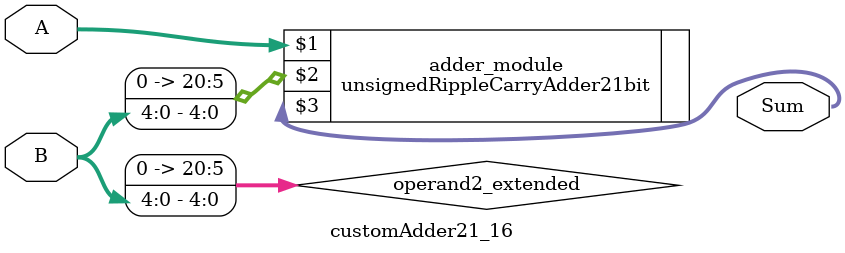
<source format=v>

module customAdder21_16(
                    input [20 : 0] A,
                    input [4 : 0] B,
                    
                    output [21 : 0] Sum
            );

    wire [20 : 0] operand2_extended;
    
    assign operand2_extended =  {16'b0, B};
    
    unsignedRippleCarryAdder21bit adder_module(
        A,
        operand2_extended,
        Sum
    );
    
endmodule
        
</source>
